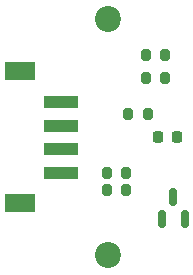
<source format=gbr>
%TF.GenerationSoftware,KiCad,Pcbnew,9.0.3*%
%TF.CreationDate,2025-08-09T09:56:12+02:00*%
%TF.ProjectId,ialed,69616c65-642e-46b6-9963-61645f706362,rev?*%
%TF.SameCoordinates,Original*%
%TF.FileFunction,Soldermask,Top*%
%TF.FilePolarity,Negative*%
%FSLAX46Y46*%
G04 Gerber Fmt 4.6, Leading zero omitted, Abs format (unit mm)*
G04 Created by KiCad (PCBNEW 9.0.3) date 2025-08-09 09:56:12*
%MOMM*%
%LPD*%
G01*
G04 APERTURE LIST*
G04 Aperture macros list*
%AMRoundRect*
0 Rectangle with rounded corners*
0 $1 Rounding radius*
0 $2 $3 $4 $5 $6 $7 $8 $9 X,Y pos of 4 corners*
0 Add a 4 corners polygon primitive as box body*
4,1,4,$2,$3,$4,$5,$6,$7,$8,$9,$2,$3,0*
0 Add four circle primitives for the rounded corners*
1,1,$1+$1,$2,$3*
1,1,$1+$1,$4,$5*
1,1,$1+$1,$6,$7*
1,1,$1+$1,$8,$9*
0 Add four rect primitives between the rounded corners*
20,1,$1+$1,$2,$3,$4,$5,0*
20,1,$1+$1,$4,$5,$6,$7,0*
20,1,$1+$1,$6,$7,$8,$9,0*
20,1,$1+$1,$8,$9,$2,$3,0*%
G04 Aperture macros list end*
%ADD10RoundRect,0.200000X-0.200000X-0.275000X0.200000X-0.275000X0.200000X0.275000X-0.200000X0.275000X0*%
%ADD11RoundRect,0.218750X0.218750X0.256250X-0.218750X0.256250X-0.218750X-0.256250X0.218750X-0.256250X0*%
%ADD12RoundRect,0.200000X0.200000X0.275000X-0.200000X0.275000X-0.200000X-0.275000X0.200000X-0.275000X0*%
%ADD13C,2.200000*%
%ADD14R,3.000000X1.000000*%
%ADD15R,2.600000X1.550000*%
%ADD16RoundRect,0.150000X0.150000X-0.587500X0.150000X0.587500X-0.150000X0.587500X-0.150000X-0.587500X0*%
G04 APERTURE END LIST*
D10*
%TO.C,R5*%
X11675000Y-8000000D03*
X13325000Y-8000000D03*
%TD*%
D11*
%TO.C,D2*%
X15787500Y-10000000D03*
X14212500Y-10000000D03*
%TD*%
D12*
%TO.C,R3*%
X11500000Y-14500000D03*
X9850000Y-14500000D03*
%TD*%
D13*
%TO.C,H1*%
X10000000Y0D03*
%TD*%
D10*
%TO.C,R2*%
X9850000Y-13000000D03*
X11500000Y-13000000D03*
%TD*%
D14*
%TO.C,G1*%
X6000000Y-13000000D03*
X6000000Y-11000000D03*
X6000000Y-9000000D03*
X6000000Y-7000000D03*
D15*
X2510840Y-15575000D03*
X2510840Y-4425000D03*
%TD*%
D10*
%TO.C,R1*%
X13175000Y-5000000D03*
X14825000Y-5000000D03*
%TD*%
D16*
%TO.C,Q1*%
X14550000Y-16937500D03*
X16450000Y-16937500D03*
X15500000Y-15062500D03*
%TD*%
D10*
%TO.C,R4*%
X13175000Y-3000000D03*
X14825000Y-3000000D03*
%TD*%
D13*
%TO.C,H2*%
X10000000Y-20000000D03*
%TD*%
M02*

</source>
